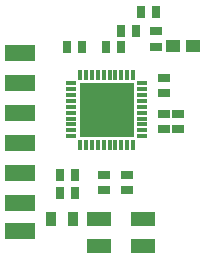
<source format=gts>
G75*
G70*
%OFA0B0*%
%FSLAX24Y24*%
%IPPOS*%
%LPD*%
%AMOC8*
5,1,8,0,0,1.08239X$1,22.5*
%
%ADD10R,0.1812X0.1812*%
%ADD11R,0.0375X0.0150*%
%ADD12R,0.0150X0.0375*%
%ADD13R,0.0394X0.0316*%
%ADD14R,0.0316X0.0394*%
%ADD15R,0.0473X0.0434*%
%ADD16R,0.0788X0.0473*%
%ADD17R,0.0355X0.0512*%
%ADD18R,0.1040X0.0540*%
D10*
X008703Y007850D03*
D11*
X007532Y007752D03*
X007532Y007555D03*
X007532Y007358D03*
X007532Y007161D03*
X007532Y006964D03*
X007532Y007948D03*
X007532Y008145D03*
X007532Y008342D03*
X007532Y008539D03*
X007532Y008736D03*
X009875Y008736D03*
X009875Y008539D03*
X009875Y008342D03*
X009875Y008145D03*
X009875Y007948D03*
X009875Y007752D03*
X009875Y007555D03*
X009875Y007358D03*
X009875Y007161D03*
X009875Y006964D03*
D12*
X009589Y006679D03*
X009392Y006679D03*
X009195Y006679D03*
X008999Y006679D03*
X008802Y006679D03*
X008605Y006679D03*
X008408Y006679D03*
X008211Y006679D03*
X008014Y006679D03*
X007817Y006679D03*
X007817Y009021D03*
X008014Y009021D03*
X008211Y009021D03*
X008408Y009021D03*
X008605Y009021D03*
X008802Y009021D03*
X008999Y009021D03*
X009195Y009021D03*
X009392Y009021D03*
X009589Y009021D03*
D13*
X010363Y009954D03*
X010363Y010466D03*
X010603Y008906D03*
X010603Y008394D03*
X010603Y007716D03*
X010603Y007204D03*
X011073Y007204D03*
X011073Y007716D03*
X009393Y005686D03*
X009393Y005174D03*
X008603Y005174D03*
X008603Y005686D03*
D14*
X007659Y005680D03*
X007659Y005090D03*
X007147Y005090D03*
X007147Y005680D03*
X007387Y009950D03*
X007899Y009950D03*
X008667Y009950D03*
X009179Y009950D03*
X009177Y010460D03*
X009689Y010460D03*
X009847Y011120D03*
X010359Y011120D03*
D15*
X010929Y009960D03*
X011598Y009960D03*
D16*
X009902Y004223D03*
X009902Y003317D03*
X008445Y003317D03*
X008445Y004223D03*
D17*
X007568Y004210D03*
X006859Y004210D03*
D18*
X005833Y003800D03*
X005833Y004750D03*
X005833Y005750D03*
X005833Y006750D03*
X005833Y007750D03*
X005833Y008750D03*
X005833Y009750D03*
M02*

</source>
